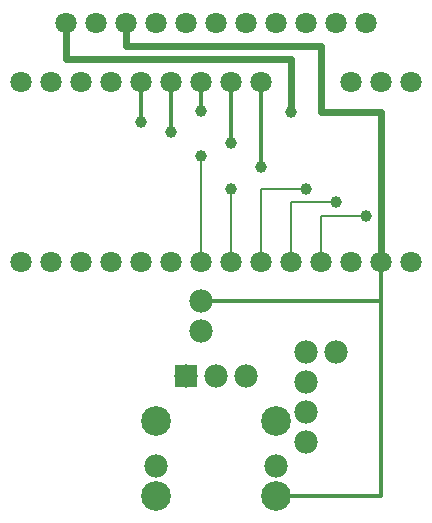
<source format=gtl>
G04 MADE WITH FRITZING*
G04 WWW.FRITZING.ORG*
G04 DOUBLE SIDED*
G04 HOLES PLATED*
G04 CONTOUR ON CENTER OF CONTOUR VECTOR*
%ASAXBY*%
%FSLAX23Y23*%
%MOIN*%
%OFA0B0*%
%SFA1.0B1.0*%
%ADD10C,0.039370*%
%ADD11C,0.070866*%
%ADD12C,0.078000*%
%ADD13C,0.099055*%
%ADD14R,0.078000X0.078000*%
%ADD15C,0.012000*%
%ADD16C,0.024000*%
%ADD17C,0.008000*%
%LNCOPPER1*%
G90*
G70*
G54D10*
X1150Y1122D03*
X1250Y1078D03*
X1350Y1033D03*
X800Y1383D03*
X600Y1347D03*
X700Y1311D03*
X900Y1275D03*
X1000Y1196D03*
X800Y1233D03*
X900Y1122D03*
X1100Y1379D03*
G54D11*
X1499Y1479D03*
X1399Y1479D03*
X1299Y1479D03*
X999Y1479D03*
X899Y1479D03*
X799Y1479D03*
X699Y1479D03*
X599Y1479D03*
X499Y1479D03*
X399Y1479D03*
X299Y1479D03*
X199Y1479D03*
X1500Y880D03*
X1400Y880D03*
X1300Y880D03*
X1200Y880D03*
X1100Y880D03*
X1000Y880D03*
X900Y880D03*
X800Y880D03*
X700Y880D03*
X600Y880D03*
X500Y880D03*
X400Y880D03*
X300Y880D03*
X200Y880D03*
G54D12*
X1050Y200D03*
X650Y200D03*
G54D11*
X350Y1675D03*
X450Y1675D03*
X550Y1675D03*
X650Y1675D03*
X750Y1675D03*
X850Y1675D03*
X950Y1675D03*
X1050Y1675D03*
X1150Y1675D03*
X1250Y1675D03*
X1350Y1675D03*
X350Y1675D03*
X450Y1675D03*
X550Y1675D03*
X650Y1675D03*
X750Y1675D03*
X850Y1675D03*
X950Y1675D03*
X1050Y1675D03*
X1150Y1675D03*
X1250Y1675D03*
X1350Y1675D03*
G54D12*
X800Y750D03*
X800Y650D03*
X1150Y580D03*
X1250Y580D03*
X1150Y280D03*
X1150Y380D03*
X1150Y480D03*
X750Y500D03*
X850Y500D03*
X950Y500D03*
G54D13*
X650Y350D03*
X650Y100D03*
X1050Y350D03*
X1050Y100D03*
G54D14*
X750Y500D03*
G54D15*
X999Y1454D02*
X1000Y1209D01*
D02*
X899Y1454D02*
X900Y1288D01*
D02*
X800Y1454D02*
X800Y1397D01*
D02*
X699Y1454D02*
X700Y1325D01*
D02*
X599Y1454D02*
X600Y1361D01*
G54D16*
D02*
X1400Y1378D02*
X1400Y911D01*
D02*
X1200Y1378D02*
X1400Y1378D01*
D02*
X1100Y1555D02*
X350Y1555D01*
D02*
X1100Y1398D02*
X1100Y1555D01*
D02*
X350Y1555D02*
X350Y1644D01*
G54D15*
D02*
X1400Y750D02*
X825Y750D01*
D02*
X1400Y855D02*
X1400Y750D01*
G54D17*
D02*
X1200Y1033D02*
X1336Y1033D01*
G54D15*
D02*
X1400Y100D02*
X1075Y100D01*
D02*
X1400Y855D02*
X1400Y100D01*
G54D17*
D02*
X1000Y1122D02*
X1136Y1122D01*
D02*
X1100Y1078D02*
X1236Y1078D01*
D02*
X1000Y906D02*
X1000Y1122D01*
D02*
X1100Y906D02*
X1100Y1078D01*
D02*
X1200Y906D02*
X1200Y1033D01*
D02*
X800Y906D02*
X800Y1220D01*
D02*
X900Y906D02*
X900Y1109D01*
G54D16*
D02*
X1200Y1599D02*
X1200Y1378D01*
D02*
X1200Y1599D02*
X550Y1599D01*
D02*
X550Y1599D02*
X550Y1644D01*
G04 End of Copper1*
M02*
</source>
